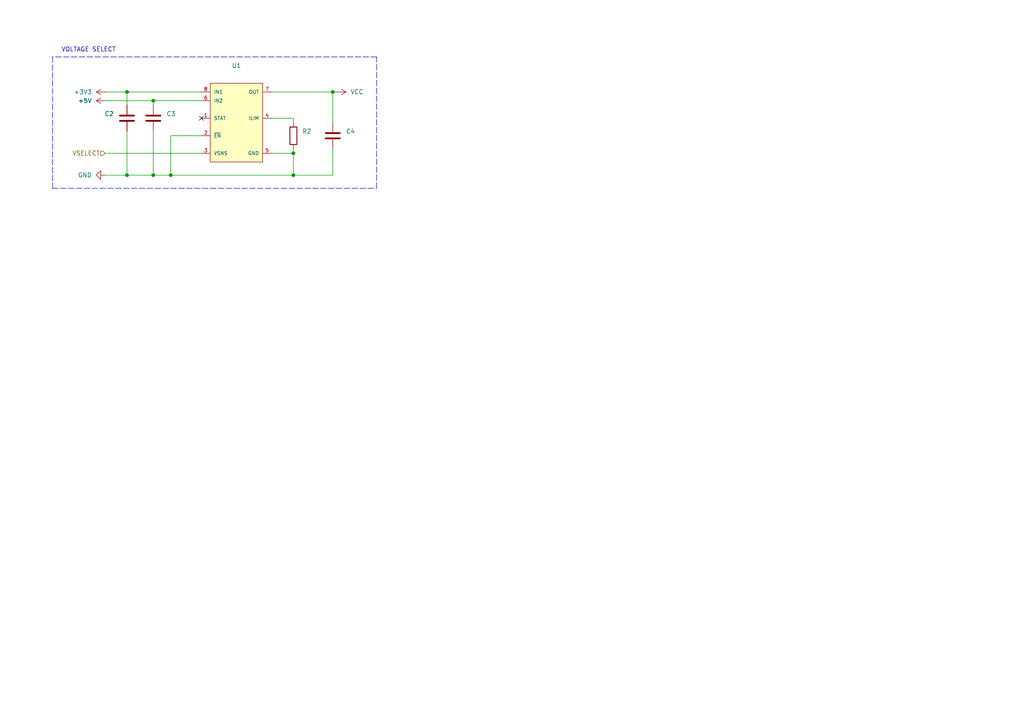
<source format=kicad_sch>
(kicad_sch (version 20211123) (generator eeschema)
  (paper "A4")
  (lib_symbols
    (symbol "Added:TPS2113PW" (pin_names (offset 1.016))
      (property "Reference" "U" (at 0 5.08 0))
      (property "Value" "TPS2113PW" (at 0 7.62 0))
      (symbol "TPS2113PW_1_1"
        (rectangle (start 5.08 2.54) (end 20.32 -20.32) (fill (type background)))
        (pin unspecified line (at 2.54 -7.62 0) (length 2.54) (name "STAT") (number "1"))
        (pin input line (at 2.54 -12.7 0) (length 2.54) (name "~{EN}") (number "2"))
        (pin input line (at 2.54 -17.78 0) (length 2.54) (name "VSNS") (number "3"))
        (pin input line (at 22.86 -7.62 180) (length 2.54) (name "ILIM") (number "4"))
        (pin power_in line (at 22.86 -17.78 180) (length 2.54) (name "GND") (number "5"))
        (pin power_in line (at 2.54 -2.54 0) (length 2.54) (name "IN2") (number "6"))
        (pin power_out line (at 22.86 0 180) (length 2.54) (name "OUT") (number "7"))
        (pin power_in line (at 2.54 0 0) (length 2.54) (name "IN1") (number "8"))
      )
    )
    (symbol "Device:C" (pin_numbers hide) (pin_names (offset 0.254))
      (property "Reference" "C" (at 0.635 2.54 0))
      (property "Value" "C" (at 0.635 -2.54 0))
      (symbol "C_0_1"
        (polyline (pts (xy -2.032 -0.762) (xy 2.032 -0.762)) (stroke (width 0.508)))
        (polyline (pts (xy -2.032 0.762) (xy 2.032 0.762)) (stroke (width 0.508)))
      )
      (symbol "C_1_1"
        (pin passive line (at 0 3.81 270) (length 2.794) (name "~") (number "1"))
        (pin passive line (at 0 -3.81 90) (length 2.794) (name "~") (number "2"))
      )
    )
    (symbol "Device:R" (pin_numbers hide) (pin_names (offset 0))
      (property "Reference" "R" (at 2.032 0 90))
      (property "Value" "R" (at 0 0 90))
      (symbol "R_0_1"
        (rectangle (start -1.016 -2.54) (end 1.016 2.54) (stroke (width 0.254)))
      )
      (symbol "R_1_1"
        (pin passive line (at 0 3.81 270) (length 1.27) (name "~") (number "1"))
        (pin passive line (at 0 -3.81 90) (length 1.27) (name "~") (number "2"))
      )
    )
    (symbol "power:+3V3" (power) (pin_names (offset 0))
      (property "Value" "+3V3" (at 0 3.556 0))
      (symbol "+3V3_0_1"
        (polyline (pts (xy -0.762 1.27) (xy 0 2.54)))
        (polyline (pts (xy 0 0) (xy 0 2.54)))
        (polyline (pts (xy 0 2.54) (xy 0.762 1.27)))
      )
      (symbol "+3V3_1_1"
        (pin power_in line (at 0 0 90) (length 0) hide (name "+3V3") (number "1"))
      )
    )
    (symbol "power:+5V" (power) (pin_names (offset 0))
      (property "Value" "+5V" (at 0 3.556 0))
      (symbol "+5V_0_1"
        (polyline (pts (xy -0.762 1.27) (xy 0 2.54)))
        (polyline (pts (xy 0 0) (xy 0 2.54)))
        (polyline (pts (xy 0 2.54) (xy 0.762 1.27)))
      )
      (symbol "+5V_1_1"
        (pin power_in line (at 0 0 90) (length 0) hide (name "+5V") (number "1"))
      )
    )
    (symbol "power:GND" (power) (pin_names (offset 0))
      (property "Value" "GND" (at 0 -3.81 0))
      (symbol "GND_0_1"
        (polyline (pts (xy 0 0) (xy 0 -1.27) (xy 1.27 -1.27) (xy 0 -2.54) (xy -1.27 -1.27) (xy 0 -1.27)))
      )
      (symbol "GND_1_1"
        (pin power_in line (at 0 0 270) (length 0) hide (name "GND") (number "1"))
      )
    )
    (symbol "power:VCC" (power) (pin_names (offset 0))
      (property "Value" "VCC" (at 0 3.81 0))
      (symbol "VCC_0_1"
        (polyline (pts (xy -0.762 1.27) (xy 0 2.54)))
        (polyline (pts (xy 0 0) (xy 0 2.54)))
        (polyline (pts (xy 0 2.54) (xy 0.762 1.27)))
      )
      (symbol "VCC_1_1"
        (pin power_in line (at 0 0 90) (length 0) hide (name "VCC") (number "1"))
      )
    )
  )
  (junction (at 36.83 26.67))
  (junction (at 85.09 44.45))
  (junction (at 85.09 50.8))
  (junction (at 44.45 29.21))
  (junction (at 96.52 26.67))
  (junction (at 49.53 50.8))
  (junction (at 44.45 50.8))
  (junction (at 36.83 50.8))
  (no_connect (at 58.42 34.29))
  (wire (pts (xy 49.53 50.8) (xy 85.09 50.8)))
  (polyline (pts (xy 109.22 54.61) (xy 109.22 16.51)))
  (polyline (pts (xy 15.24 54.61) (xy 109.22 54.61)))
  (wire (pts (xy 85.09 43.18) (xy 85.09 44.45)))
  (wire (pts (xy 30.48 26.67) (xy 36.83 26.67)))
  (wire (pts (xy 44.45 38.1) (xy 44.45 50.8)))
  (wire (pts (xy 44.45 30.48) (xy 44.45 29.21)))
  (wire (pts (xy 96.52 43.18) (xy 96.52 50.8)))
  (wire (pts (xy 78.74 34.29) (xy 85.09 34.29)))
  (wire (pts (xy 78.74 26.67) (xy 96.52 26.67)))
  (polyline (pts (xy 15.24 16.51) (xy 15.24 54.61)))
  (wire (pts (xy 44.45 29.21) (xy 58.42 29.21)))
  (wire (pts (xy 30.48 44.45) (xy 58.42 44.45)))
  (wire (pts (xy 30.48 29.21) (xy 44.45 29.21)))
  (wire (pts (xy 36.83 26.67) (xy 36.83 30.48)))
  (wire (pts (xy 49.53 39.37) (xy 49.53 50.8)))
  (wire (pts (xy 36.83 26.67) (xy 58.42 26.67)))
  (wire (pts (xy 96.52 26.67) (xy 96.52 35.56)))
  (wire (pts (xy 96.52 26.67) (xy 97.79 26.67)))
  (wire (pts (xy 44.45 50.8) (xy 49.53 50.8)))
  (polyline (pts (xy 109.22 16.51) (xy 15.24 16.51)))
  (wire (pts (xy 85.09 44.45) (xy 85.09 50.8)))
  (wire (pts (xy 30.48 50.8) (xy 36.83 50.8)))
  (wire (pts (xy 85.09 50.8) (xy 96.52 50.8)))
  (wire (pts (xy 36.83 38.1) (xy 36.83 50.8)))
  (wire (pts (xy 78.74 44.45) (xy 85.09 44.45)))
  (wire (pts (xy 85.09 34.29) (xy 85.09 35.56)))
  (wire (pts (xy 58.42 39.37) (xy 49.53 39.37)))
  (wire (pts (xy 36.83 50.8) (xy 44.45 50.8)))
  (text "VOLTAGE SELECT" (at 17.78 15.24 0) (effects (font (size 1.27 1.27)) (justify left bottom)))
  (hierarchical_label "VSELECT" (shape input) (at 30.48 44.45 180))
  (symbol (lib_id "Device:C") (at 96.52 39.37 0) (unit 1)
    (property "Reference" "C4" (at 100.33 38.0999 0) (effects (justify left)))
    (property "Description" "CL05A106MQ5NUNC" (effects hide))
    (property "JLCPCB" "C15525" (effects hide))
  )
  (symbol (lib_id "power:+3V3") (at 30.48 26.67 90) (unit 1)
    (property "Reference" "#PWR07" (effects hide))
  )
  (symbol (lib_id "Added:TPS2113PW") (at 55.88 26.67 0) (unit 1)
    (property "Reference" "U1" (at 68.58 19.05 0))
    (property "Datasheet" "http://www.ti.com/general/docs/lit/getliterature.tsp?genericPartNumber=TPS2113&fileType=pdf" (effects hide))
    (property "Code  JEDEC" "MO-153" (effects hide))
    (property "Datasheet Version" "SLVS446" (effects hide))
    (property "IN1 IN2 Input VoltageMaxV" "5.5" (effects hide))
    (property "IN1 IN2 Input VoltageMinV" "2.8" (effects hide))
    (property "IN1 Output CurrentMaxA" "1.25" (effects hide))
    (property "IN1 rDSonTypmOhm" "84" (effects hide))
    (property "IN2 Output CurrentMaxA" "1.25" (effects hide))
    (property "IN2 rDSonTypOhms" "0.084" (effects hide))
    (property "Mounting Technology" "Surface Mount" (effects hide))
    (property "Number of Inputs" "2" (effects hide))
    (property "Package Description" "8-Pin Plastic Thin Small Outline Package 3 x 4.4 mm Body ,0.65 mm Pitch" (effects hide))
    (property "Package Version" "revG, Feb-2011" (effects hide))
    (property "Sub Family" "Power Multiplexer (MUX)" (effects hide))
    (property "category" "IC" (effects hide))
    (property "ciiva ids" "1435368" (effects hide))
    (property "library id" "8d418d7fa91867a0" (effects hide))
    (property "manufacturer" "Texas Instruments" (effects hide))
    (property "package" "PW0008A" (effects hide))
    (property "release date" "1464590589" (effects hide))
    (property "rohs" "Yes" (effects hide))
    (property "vault revision" "9D6D1550-8F4D-4794-945B-26B7B47CC6E6" (effects hide))
    (property "imported" "yes" (effects hide))
  )
  (symbol (lib_id "power:+5V") (at 30.48 29.21 90) (unit 1)
    (property "Reference" "#PWR08" (effects hide))
  )
  (symbol (lib_id "Device:C") (at 44.45 34.29 0) (unit 1)
    (property "Reference" "C3" (at 48.26 33.0199 0) (effects (justify left)))
    (property "Description" "CL05B104KB54PNC" (effects hide))
    (property "JLCPCB" "C307331" (effects hide))
  )
  (symbol (lib_id "Device:C") (at 36.83 34.29 180) (unit 1)
    (property "Reference" "C2" (at 33.02 33.0199 0) (effects (justify left)))
    (property "Description" "CL05B104KB54PNC" (effects hide))
    (property "JLCPCB" "C307331" (effects hide))
  )
  (symbol (lib_id "power:GND") (at 30.48 50.8 270) (unit 1)
    (property "Reference" "#PWR016" (effects hide))
  )
  (symbol (lib_id "Device:R") (at 85.09 39.37 180) (unit 1)
    (property "Reference" "R2" (at 87.63 38.0999 0) (effects (justify right)))
    (property "Description" "RC0402JR-07560RL" (effects hide))
    (property "JLCPCB" "C137858" (effects hide))
  )
  (symbol (lib_id "power:VCC") (at 97.79 26.67 270) (unit 1)
    (property "Reference" "#PWR022" (effects hide))
  )
)
</source>
